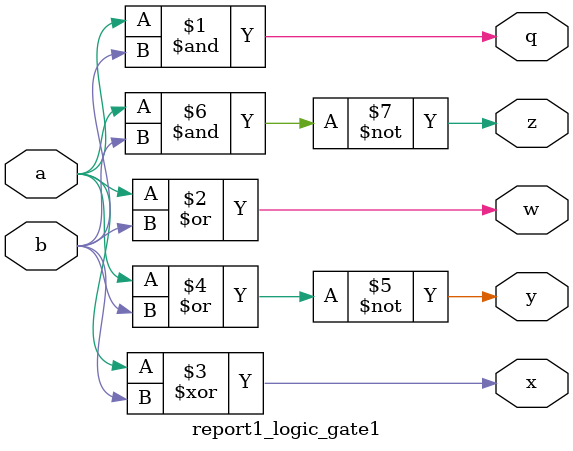
<source format=v>
`timescale 1ns / 1ps


module report1_logic_gate1(a, b, q, w, x, y, z);
input a, b;
output q, w, x, y, z;
wire q, w, x, y, z;

assign q = a & b;
assign w = a | b;
assign x = a ^ b;
assign y = ~ (a | b);
assign z = ~ (a & b);
endmodule

</source>
